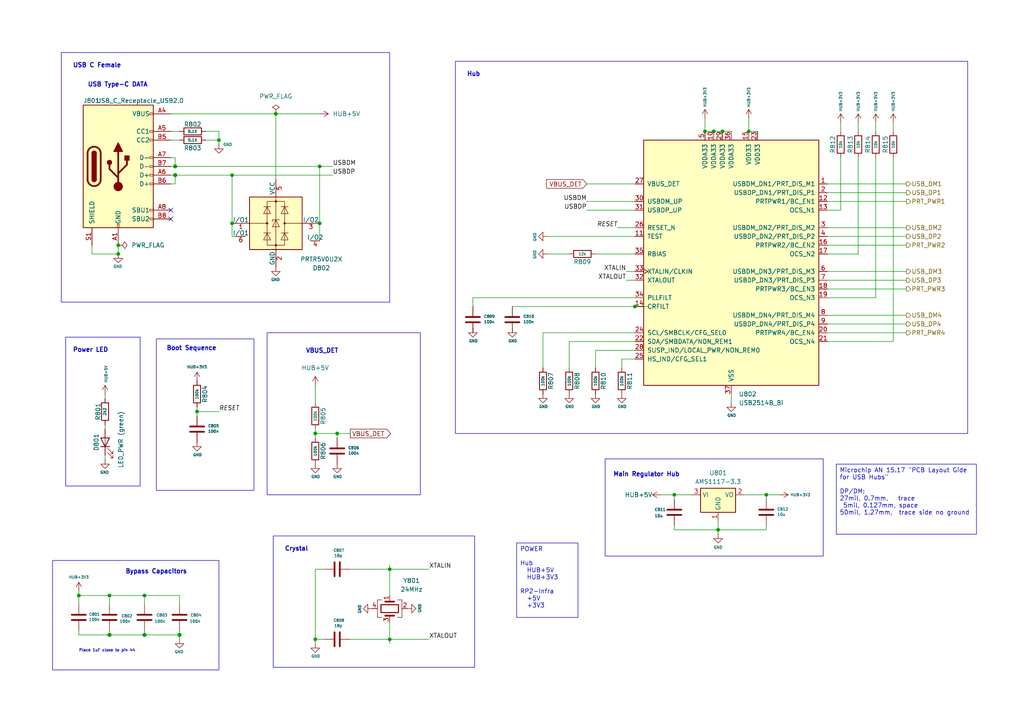
<source format=kicad_sch>
(kicad_sch (version 20231120) (generator "eeschema") (generator_version "8.0")
  (paper "A4")
  (title_block (title "Octoprobe tentacle") (date "2024-07-31") (rev "0.3") (company "Hans Märki, Märki Informatik") (comment 1 "The MIT License (MIT)"))
  (lib_symbols
    (symbol "00_project_library:AMS1117-3.3"
      (property "Reference" "U" (at -3.81 3.175 0))
      (property "Value" "AMS1117-3.3" (at 0 3.175 0))
      (symbol "AMS1117-3.3_0_1"
        (rectangle (start -5.08 1.905) (end 5.08 -5.08) (stroke (width 0.254)) (fill (type background)))
      )
      (symbol "AMS1117-3.3_1_1"
        (pin power_in line (at 0 -7.62 90) (length 2.54) (name "GND") (number "1"))
        (pin power_out line (at 7.62 0 180) (length 2.54) (name "VO") (number "2"))
        (pin power_in line (at -7.62 0 0) (length 2.54) (name "VI") (number "3"))
      )
    )
    (symbol "00_project_library:C" (pin_numbers hide) (pin_names (offset 0.254))
      (property "Reference" "C" (at 0.635 2.54 0))
      (property "Value" "C" (at 0.635 -2.54 0))
      (symbol "C_0_1"
        (polyline (pts (xy -2.032 -0.762) (xy 2.032 -0.762)) (stroke (width 0.508)))
        (polyline (pts (xy -2.032 0.762) (xy 2.032 0.762)) (stroke (width 0.508)))
      )
      (symbol "C_1_1"
        (pin passive line (at 0 3.81 270) (length 2.794) (name "~") (number "1"))
        (pin passive line (at 0 -3.81 90) (length 2.794) (name "~") (number "2"))
      )
    )
    (symbol "00_project_library:LED GREEN" (pin_numbers hide) (pin_names (offset 1.016) hide)
      (property "Reference" "D" (at 0 2.54 0))
      (property "Value" "LED GREEN" (at 0 -2.54 0))
      (symbol "LED GREEN_0_1"
        (polyline (pts (xy -1.27 -1.27) (xy -1.27 1.27)) (stroke (width 0.254)))
        (polyline (pts (xy -1.27 0) (xy 1.27 0)))
        (polyline (pts (xy 1.27 -1.27) (xy 1.27 1.27) (xy -1.27 0) (xy 1.27 -1.27)) (stroke (width 0.254)))
        (polyline (pts (xy -3.048 -0.762) (xy -4.572 -2.286) (xy -3.81 -2.286) (xy -4.572 -2.286) (xy -4.572 -1.524)))
        (polyline (pts (xy -1.778 -0.762) (xy -3.302 -2.286) (xy -2.54 -2.286) (xy -3.302 -2.286) (xy -3.302 -1.524)))
      )
      (symbol "LED GREEN_1_1"
        (pin passive line (at -3.81 0 0) (length 2.54) (name "K") (number "1"))
        (pin passive line (at 3.81 0 180) (length 2.54) (name "A") (number "2"))
      )
    )
    (symbol "00_project_library:PRTR5V0U2X" (pin_names (offset 0))
      (property "Reference" "D" (at 2.794 8.636 0))
      (property "Value" "PRTR5V0U2X" (at 8.128 -9.398 0))
      (property "JLC" "C2937001" (at 0 0 0))
      (symbol "PRTR5V0U2X_0_1"
        (rectangle (start -7.62 7.62) (end 7.62 -7.62) (stroke (width 0.254)) (fill (type background)))
        (circle (center -2.54 0) (radius 0.254) (fill (type outline)))
        (rectangle (start -2.54 6.35) (end 2.54 -6.35))
        (circle (center 0 -6.35) (radius 0.254) (fill (type outline)))
        (polyline (pts (xy -2.54 0) (xy -7.62 0)))
        (polyline (pts (xy -1.524 -2.794) (xy -3.556 -2.794)))
        (polyline (pts (xy -1.524 4.826) (xy -3.556 4.826)))
        (polyline (pts (xy 0 -7.62) (xy 0 7.62)))
        (polyline (pts (xy 1.524 -2.794) (xy 3.556 -2.794)))
        (polyline (pts (xy 1.524 4.826) (xy 3.556 4.826)))
        (polyline (pts (xy 2.54 0) (xy 7.62 0)))
        (polyline (pts (xy 1.016 1.016) (xy -1.016 1.016) (xy -1.016 0.508)))
        (polyline (pts (xy -3.556 -4.826) (xy -1.524 -4.826) (xy -2.54 -2.794) (xy -3.556 -4.826)))
        (polyline (pts (xy -3.556 2.794) (xy -1.524 2.794) (xy -2.54 4.826) (xy -3.556 2.794)))
        (polyline (pts (xy -1.016 -1.016) (xy 1.016 -1.016) (xy 0 1.016) (xy -1.016 -1.016)))
        (polyline (pts (xy 3.556 -4.826) (xy 1.524 -4.826) (xy 2.54 -2.794) (xy 3.556 -4.826)))
        (polyline (pts (xy 3.556 2.794) (xy 1.524 2.794) (xy 2.54 4.826) (xy 3.556 2.794)))
        (circle (center 0 6.35) (radius 0.254) (fill (type outline)))
        (circle (center 2.54 0) (radius 0.254) (fill (type outline)))
      )
      (symbol "PRTR5V0U2X_1_0"
        (pin passive line (at 12.7 -5.08 180) (length 2.54) (name "I/O2") (number "4"))
        (pin passive line (at -11.43 -3.81 0) (length 2.54) (name "I/O1") (number "6"))
      )
      (symbol "PRTR5V0U2X_1_1"
        (pin passive line (at -12.7 0 0) (length 5.08) (name "I/O1") (number "1"))
        (pin passive line (at 0 -12.7 90) (length 5.08) (name "GND") (number "2"))
        (pin passive line (at 12.7 0 180) (length 5.08) (name "I/O2") (number "3"))
        (pin passive line (at 0 12.7 270) (length 5.08) (name "VCC") (number "5"))
      )
    )
    (symbol "00_project_library:USB_C_Receptacle_USB2.0" (pin_names (offset 1.016))
      (property "Reference" "J" (at -10.16 19.05 0))
      (property "Value" "USB_C_Receptacle_USB2.0" (at 19.05 19.05 0))
      (symbol "USB_C_Receptacle_USB2.0_0_0"
        (rectangle (start -0.254 -17.78) (end 0.254 -16.764))
        (rectangle (start 10.16 -14.986) (end 9.144 -15.494))
        (rectangle (start 10.16 -12.446) (end 9.144 -12.954))
        (rectangle (start 10.16 -4.826) (end 9.144 -5.334))
        (rectangle (start 10.16 -2.286) (end 9.144 -2.794))
        (rectangle (start 10.16 0.254) (end 9.144 -0.254))
        (rectangle (start 10.16 2.794) (end 9.144 2.286))
        (rectangle (start 10.16 7.874) (end 9.144 7.366))
        (rectangle (start 10.16 10.414) (end 9.144 9.906))
        (rectangle (start 10.16 15.494) (end 9.144 14.986))
      )
      (symbol "USB_C_Receptacle_USB2.0_0_1"
        (rectangle (start -10.16 17.78) (end 10.16 -17.78) (stroke (width 0.254)) (fill (type background)))
        (arc (start -8.89 -3.81) (mid -6.985 -5.7067) (end -5.08 -3.81) (stroke (width 0.508)))
        (arc (start -7.62 -3.81) (mid -6.985 -4.4423) (end -6.35 -3.81) (stroke (width 0.254)))
        (arc (start -7.62 -3.81) (mid -6.985 -4.4423) (end -6.35 -3.81) (stroke (width 0.254)) (fill (type outline)))
        (rectangle (start -7.62 3.81) (end -6.35 -3.81) (stroke (width 0.254)) (fill (type outline)))
        (arc (start -6.35 3.81) (mid -6.985 4.4423) (end -7.62 3.81) (stroke (width 0.254)))
        (arc (start -6.35 3.81) (mid -6.985 4.4423) (end -7.62 3.81) (stroke (width 0.254)) (fill (type outline)))
        (arc (start -5.08 3.81) (mid -6.985 5.7067) (end -8.89 3.81) (stroke (width 0.508)))
        (circle (center -2.54 1.143) (radius 0.635) (stroke (width 0.254)) (fill (type outline)))
        (circle (center 0 -5.842) (radius 1.27) (fill (type outline)))
        (polyline (pts (xy -8.89 -3.81) (xy -8.89 3.81)) (stroke (width 0.508)))
        (polyline (pts (xy -5.08 3.81) (xy -5.08 -3.81)) (stroke (width 0.508)))
        (polyline (pts (xy 0 -5.842) (xy 0 4.318)) (stroke (width 0.508)))
        (polyline (pts (xy 0 -3.302) (xy -2.54 -0.762) (xy -2.54 0.508)) (stroke (width 0.508)))
        (polyline (pts (xy 0 -2.032) (xy 2.54 0.508) (xy 2.54 1.778)) (stroke (width 0.508)))
        (polyline (pts (xy -1.27 4.318) (xy 0 6.858) (xy 1.27 4.318) (xy -1.27 4.318)) (stroke (width 0.254)) (fill (type outline)))
        (rectangle (start 1.905 1.778) (end 3.175 3.048) (stroke (width 0.254)) (fill (type outline)))
      )
      (symbol "USB_C_Receptacle_USB2.0_1_1"
        (pin passive line (at 0 -22.86 90) (length 5.08) (name "GND") (number "A1"))
        (pin passive line (at 0 -22.86 90) (length 5.08) hide (name "GND") (number "A12"))
        (pin passive line (at 15.24 15.24 180) (length 5.08) (name "VBUS") (number "A4"))
        (pin bidirectional line (at 15.24 10.16 180) (length 5.08) (name "CC1") (number "A5"))
        (pin bidirectional line (at 15.24 -2.54 180) (length 5.08) (name "D+") (number "A6"))
        (pin bidirectional line (at 15.24 2.54 180) (length 5.08) (name "D-") (number "A7"))
        (pin bidirectional line (at 15.24 -12.7 180) (length 5.08) (name "SBU1") (number "A8"))
        (pin passive line (at 15.24 15.24 180) (length 5.08) hide (name "VBUS") (number "A9"))
        (pin passive line (at 0 -22.86 90) (length 5.08) hide (name "GND") (number "B1"))
        (pin passive line (at 0 -22.86 90) (length 5.08) hide (name "GND") (number "B12"))
        (pin passive line (at 15.24 15.24 180) (length 5.08) hide (name "VBUS") (number "B4"))
        (pin bidirectional line (at 15.24 7.62 180) (length 5.08) (name "CC2") (number "B5"))
        (pin bidirectional line (at 15.24 -5.08 180) (length 5.08) (name "D+") (number "B6"))
        (pin bidirectional line (at 15.24 0 180) (length 5.08) (name "D-") (number "B7"))
        (pin bidirectional line (at 15.24 -15.24 180) (length 5.08) (name "SBU2") (number "B8"))
        (pin passive line (at 15.24 15.24 180) (length 5.08) hide (name "VBUS") (number "B9"))
        (pin passive line (at -7.62 -22.86 90) (length 5.08) (name "SHIELD") (number "S1"))
      )
    )
    (symbol "Device:Crystal_GND24" (pin_names (offset 1.016) hide)
      (property "Reference" "Y" (at 3.175 5.08 0))
      (property "Value" "Crystal_GND24" (at 3.175 3.175 0))
      (symbol "Crystal_GND24_0_1"
        (rectangle (start -1.143 2.54) (end 1.143 -2.54) (stroke (width 0.3048)))
        (polyline (pts (xy -2.54 0) (xy -2.032 0)))
        (polyline (pts (xy -2.032 -1.27) (xy -2.032 1.27)) (stroke (width 0.508)))
        (polyline (pts (xy 0 -3.81) (xy 0 -3.556)))
        (polyline (pts (xy 0 3.556) (xy 0 3.81)))
        (polyline (pts (xy 2.032 -1.27) (xy 2.032 1.27)) (stroke (width 0.508)))
        (polyline (pts (xy 2.032 0) (xy 2.54 0)))
        (polyline (pts (xy -2.54 -2.286) (xy -2.54 -3.556) (xy 2.54 -3.556) (xy 2.54 -2.286)))
        (polyline (pts (xy -2.54 2.286) (xy -2.54 3.556) (xy 2.54 3.556) (xy 2.54 2.286)))
      )
      (symbol "Crystal_GND24_1_1"
        (pin passive line (at -3.81 0 0) (length 1.27) (name "1") (number "1"))
        (pin passive line (at 0 5.08 270) (length 1.27) (name "2") (number "2"))
        (pin passive line (at 3.81 0 180) (length 1.27) (name "3") (number "3"))
        (pin passive line (at 0 -5.08 90) (length 1.27) (name "4") (number "4"))
      )
    )
    (symbol "Device:R" (pin_numbers hide) (pin_names (offset 0))
      (property "Reference" "R" (at 2.032 0 90))
      (property "Value" "R" (at 0 0 90))
      (symbol "R_0_1"
        (rectangle (start -1.016 -2.54) (end 1.016 2.54) (stroke (width 0.254)))
      )
      (symbol "R_1_1"
        (pin passive line (at 0 3.81 270) (length 1.27) (name "~") (number "1"))
        (pin passive line (at 0 -3.81 90) (length 1.27) (name "~") (number "2"))
      )
    )
    (symbol "Interface_USB:USB2514B_Bi" (pin_names (offset 1.016))
      (property "Reference" "U" (at -17.78 40.64 0))
      (property "Value" "USB2514B_Bi" (at -20.32 38.1 0))
      (symbol "USB2514B_Bi_0_1"
        (rectangle (start -25.4 35.56) (end 25.4 -35.56) (stroke (width 0.254)) (fill (type background)))
      )
      (symbol "USB2514B_Bi_1_1"
        (pin bidirectional line (at 27.94 22.86 180) (length 2.54) (name "USBDM_DN1/PRT_DIS_M1") (number "1"))
        (pin power_in line (at -5.08 38.1 270) (length 2.54) (name "VDDA33") (number "10"))
        (pin input line (at -27.94 7.62 0) (length 2.54) (name "TEST") (number "11"))
        (pin bidirectional line (at 27.94 17.78 180) (length 2.54) (name "PRTPWR1/BC_EN1") (number "12"))
        (pin input line (at 27.94 15.24 180) (length 2.54) (name "OCS_N1") (number "13"))
        (pin input line (at -27.94 -12.7 0) (length 2.54) (name "CRFILT") (number "14"))
        (pin power_in line (at 5.08 38.1 270) (length 2.54) (name "VDD33") (number "15"))
        (pin bidirectional line (at 27.94 5.08 180) (length 2.54) (name "PRTPWR2/BC_EN2") (number "16"))
        (pin input line (at 27.94 2.54 180) (length 2.54) (name "OCS_N2") (number "17"))
        (pin bidirectional line (at 27.94 -7.62 180) (length 2.54) (name "PRTPWR3/BC_EN3") (number "18"))
        (pin input line (at 27.94 -10.16 180) (length 2.54) (name "OCS_N3") (number "19"))
        (pin bidirectional line (at 27.94 20.32 180) (length 2.54) (name "USBDP_DN1/PRT_DIS_P1") (number "2"))
        (pin bidirectional line (at 27.94 -20.32 180) (length 2.54) (name "PRTPWR4/BC_EN4") (number "20"))
        (pin input line (at 27.94 -22.86 180) (length 2.54) (name "OCS_N4") (number "21"))
        (pin bidirectional line (at -27.94 -22.86 0) (length 2.54) (name "SDA/SMBDATA/NON_REM1") (number "22"))
        (pin power_in line (at 7.62 38.1 270) (length 2.54) (name "VDD33") (number "23"))
        (pin bidirectional line (at -27.94 -20.32 0) (length 2.54) (name "SCL/SMBCLK/CFG_SEL0") (number "24"))
        (pin bidirectional line (at -27.94 -27.94 0) (length 2.54) (name "HS_IND/CFG_SEL1") (number "25"))
        (pin input line (at -27.94 10.16 0) (length 2.54) (name "RESET_N") (number "26"))
        (pin input line (at -27.94 22.86 0) (length 2.54) (name "VBUS_DET") (number "27"))
        (pin bidirectional line (at -27.94 -25.4 0) (length 2.54) (name "SUSP_IND/LOCAL_PWR/NON_REM0") (number "28"))
        (pin power_in line (at -2.54 38.1 270) (length 2.54) (name "VDDA33") (number "29"))
        (pin bidirectional line (at 27.94 10.16 180) (length 2.54) (name "USBDM_DN2/PRT_DIS_M2") (number "3"))
        (pin bidirectional line (at -27.94 17.78 0) (length 2.54) (name "USBDM_UP") (number "30"))
        (pin bidirectional line (at -27.94 15.24 0) (length 2.54) (name "USBDP_UP") (number "31"))
        (pin output line (at -27.94 -5.08 0) (length 2.54) (name "XTALOUT") (number "32"))
        (pin input clock (at -27.94 -2.54 0) (length 2.54) (name "XTALIN/CLKIN") (number "33"))
        (pin input line (at -27.94 -10.16 0) (length 2.54) (name "PLLFILT") (number "34"))
        (pin input line (at -27.94 2.54 0) (length 2.54) (name "RBIAS") (number "35"))
        (pin power_in line (at 0 38.1 270) (length 2.54) (name "VDDA33") (number "36"))
        (pin power_in line (at 0 -38.1 90) (length 2.54) (name "VSS") (number "37"))
        (pin bidirectional line (at 27.94 7.62 180) (length 2.54) (name "USBDP_DN2/PRT_DIS_P2") (number "4"))
        (pin power_in line (at -7.62 38.1 270) (length 2.54) (name "VDDA33") (number "5"))
        (pin bidirectional line (at 27.94 -2.54 180) (length 2.54) (name "USBDM_DN3/PRT_DIS_M3") (number "6"))
        (pin bidirectional line (at 27.94 -5.08 180) (length 2.54) (name "USBDP_DN3/PRT_DIS_P3") (number "7"))
        (pin bidirectional line (at 27.94 -15.24 180) (length 2.54) (name "USBDM_DN4/PRT_DIS_M4") (number "8"))
        (pin bidirectional line (at 27.94 -17.78 180) (length 2.54) (name "USBDP_DN4/PRT_DIS_P4") (number "9"))
      )
    )
    (symbol "power:+3V3" (power) (pin_numbers hide) (pin_names (offset 0) hide)
      (property "Value" "+3V3" (at 0 3.556 0))
      (symbol "+3V3_0_1"
        (polyline (pts (xy -0.762 1.27) (xy 0 2.54)))
        (polyline (pts (xy 0 0) (xy 0 2.54)))
        (polyline (pts (xy 0 2.54) (xy 0.762 1.27)))
      )
      (symbol "+3V3_1_1"
        (pin power_in line (at 0 0 90) (length 0) (name "~") (number "1"))
      )
    )
    (symbol "power:+5V" (power) (pin_numbers hide) (pin_names (offset 0) hide)
      (property "Value" "+5V" (at 0 3.556 0))
      (symbol "+5V_0_1"
        (polyline (pts (xy -0.762 1.27) (xy 0 2.54)))
        (polyline (pts (xy 0 0) (xy 0 2.54)))
        (polyline (pts (xy 0 2.54) (xy 0.762 1.27)))
      )
      (symbol "+5V_1_1"
        (pin power_in line (at 0 0 90) (length 0) (name "~") (number "1"))
      )
    )
    (symbol "power:GND" (power) (pin_numbers hide) (pin_names (offset 0) hide)
      (property "Value" "GND" (at 0 -3.81 0))
      (symbol "GND_0_1"
        (polyline (pts (xy 0 0) (xy 0 -1.27) (xy 1.27 -1.27) (xy 0 -2.54) (xy -1.27 -1.27) (xy 0 -1.27)))
      )
      (symbol "GND_1_1"
        (pin power_in line (at 0 0 270) (length 0) (name "~") (number "1"))
      )
    )
    (symbol "power:PWR_FLAG" (power) (pin_numbers hide) (pin_names (offset 0) hide)
      (property "Value" "PWR_FLAG" (at 0 3.81 0))
      (symbol "PWR_FLAG_0_0"
        (pin power_out line (at 0 0 90) (length 0) (name "~") (number "1"))
      )
      (symbol "PWR_FLAG_0_1"
        (polyline (pts (xy 0 0) (xy 0 1.27) (xy -1.016 1.905) (xy 0 2.54) (xy 1.016 1.905) (xy 0 1.27)))
      )
    )
  )
  (junction (at 91.44 185.42))
  (junction (at 80.01 33.02))
  (junction (at 50.8 50.8) (diameter 1.016))
  (junction (at 31.75 172.72))
  (junction (at 63.5 40.64))
  (junction (at 97.79 125.73))
  (junction (at 52.07 184.15) (diameter 1.016))
  (junction (at 57.15 119.38))
  (junction (at 34.29 73.66))
  (junction (at 92.71 64.77))
  (junction (at 50.8 48.26) (diameter 1.016))
  (junction (at 207.01 38.1))
  (junction (at 67.31 50.8))
  (junction (at 41.91 172.72))
  (junction (at 208.28 153.67))
  (junction (at 195.58 143.51))
  (junction (at 92.71 48.26))
  (junction (at 34.29 71.12))
  (junction (at 204.47 38.1))
  (junction (at 67.31 64.77))
  (junction (at 91.44 125.73))
  (junction (at 217.17 38.1))
  (junction (at 113.03 165.1))
  (junction (at 209.55 38.1))
  (junction (at 184.15 88.9))
  (junction (at 113.03 185.42))
  (junction (at 22.86 172.72))
  (junction (at 41.91 184.15) (diameter 1.016))
  (junction (at 222.25 143.51))
  (junction (at 31.75 184.15) (diameter 1.016))
  (no_connect (at 49.53 63.5))
  (no_connect (at 49.53 60.96))
  (wire (pts (xy 240.03 96.52) (xy 262.89 96.52)))
  (wire (pts (xy 113.03 185.42) (xy 124.46 185.42)))
  (wire (pts (xy 30.48 132.08) (xy 30.48 133.35)))
  (wire (pts (xy 80.01 33.02) (xy 92.71 33.02)))
  (wire (pts (xy 50.8 45.72) (xy 50.8 48.26)))
  (wire (pts (xy 208.28 153.67) (xy 208.28 154.94)))
  (wire (pts (xy 49.53 50.8) (xy 50.8 50.8)))
  (wire (pts (xy 240.03 53.34) (xy 262.89 53.34)))
  (wire (pts (xy 22.86 172.72) (xy 31.75 172.72)))
  (wire (pts (xy 180.34 104.14) (xy 184.15 104.14)))
  (wire (pts (xy 222.25 152.4) (xy 222.25 153.67)))
  (wire (pts (xy 212.09 116.84) (xy 212.09 114.3)))
  (wire (pts (xy 22.86 182.88) (xy 22.86 184.15)))
  (wire (pts (xy 50.8 50.8) (xy 67.31 50.8)))
  (wire (pts (xy 222.25 143.51) (xy 226.06 143.51)))
  (wire (pts (xy 180.34 106.68) (xy 180.34 104.14)))
  (wire (pts (xy 91.44 185.42) (xy 93.98 185.42)))
  (wire (pts (xy 207.01 38.1) (xy 209.55 38.1)))
  (wire (pts (xy 49.53 38.1) (xy 52.07 38.1)))
  (wire (pts (xy 240.03 78.74) (xy 262.89 78.74)))
  (wire (pts (xy 181.61 78.74) (xy 184.15 78.74)))
  (wire (pts (xy 165.1 99.06) (xy 184.15 99.06)))
  (wire (pts (xy 91.44 124.46) (xy 91.44 125.73)))
  (wire (pts (xy 67.31 50.8) (xy 96.52 50.8)))
  (wire (pts (xy 240.03 99.06) (xy 259.08 99.06)))
  (wire (pts (xy 67.31 68.58) (xy 67.31 64.77)))
  (wire (pts (xy 91.44 125.73) (xy 91.44 127)))
  (wire (pts (xy 215.9 143.51) (xy 222.25 143.51)))
  (wire (pts (xy 240.03 71.12) (xy 262.89 71.12)))
  (wire (pts (xy 31.75 182.88) (xy 31.75 184.15)))
  (wire (pts (xy 26.67 73.66) (xy 34.29 73.66)))
  (wire (pts (xy 113.03 186.69) (xy 113.03 185.42)))
  (wire (pts (xy 67.31 50.8) (xy 67.31 64.77)))
  (wire (pts (xy 49.53 45.72) (xy 50.8 45.72)))
  (wire (pts (xy 243.84 60.96) (xy 243.84 45.72)))
  (wire (pts (xy 91.44 111.76) (xy 91.44 116.84)))
  (wire (pts (xy 187.96 88.9) (xy 184.15 88.9)))
  (wire (pts (xy 157.48 96.52) (xy 184.15 96.52)))
  (wire (pts (xy 52.07 172.72) (xy 52.07 175.26)))
  (wire (pts (xy 91.44 125.73) (xy 97.79 125.73)))
  (wire (pts (xy 49.53 33.02) (xy 80.01 33.02)))
  (wire (pts (xy 59.69 40.64) (xy 63.5 40.64)))
  (wire (pts (xy 204.47 34.29) (xy 204.47 38.1)))
  (wire (pts (xy 240.03 60.96) (xy 243.84 60.96)))
  (wire (pts (xy 259.08 99.06) (xy 259.08 45.72)))
  (wire (pts (xy 26.67 71.12) (xy 26.67 73.66)))
  (wire (pts (xy 208.28 151.13) (xy 208.28 153.67)))
  (wire (pts (xy 63.5 38.1) (xy 63.5 40.64)))
  (wire (pts (xy 57.15 119.38) (xy 57.15 120.65)))
  (wire (pts (xy 34.29 71.12) (xy 34.29 73.66)))
  (wire (pts (xy 148.59 88.9) (xy 184.15 88.9)))
  (wire (pts (xy 30.48 123.19) (xy 30.48 124.46)))
  (wire (pts (xy 92.71 64.77) (xy 92.71 69.85)))
  (wire (pts (xy 195.58 143.51) (xy 195.58 144.78)))
  (wire (pts (xy 49.53 53.34) (xy 50.8 53.34)))
  (wire (pts (xy 217.17 34.29) (xy 217.17 38.1)))
  (wire (pts (xy 240.03 86.36) (xy 254 86.36)))
  (wire (pts (xy 22.86 184.15) (xy 31.75 184.15)))
  (wire (pts (xy 165.1 106.68) (xy 165.1 99.06)))
  (wire (pts (xy 172.72 101.6) (xy 172.72 106.68)))
  (wire (pts (xy 30.48 115.57) (xy 30.48 114.3)))
  (wire (pts (xy 113.03 180.34) (xy 113.03 185.42)))
  (wire (pts (xy 195.58 153.67) (xy 208.28 153.67)))
  (wire (pts (xy 240.03 66.04) (xy 262.89 66.04)))
  (wire (pts (xy 240.03 68.58) (xy 262.89 68.58)))
  (wire (pts (xy 80.01 33.02) (xy 80.01 52.07)))
  (wire (pts (xy 157.48 96.52) (xy 157.48 106.68)))
  (wire (pts (xy 195.58 152.4) (xy 195.58 153.67)))
  (wire (pts (xy 240.03 83.82) (xy 262.89 83.82)))
  (wire (pts (xy 97.79 125.73) (xy 97.79 127)))
  (wire (pts (xy 41.91 172.72) (xy 52.07 172.72)))
  (wire (pts (xy 113.03 165.1) (xy 113.03 172.72)))
  (wire (pts (xy 240.03 55.88) (xy 262.89 55.88)))
  (wire (pts (xy 113.03 163.83) (xy 113.03 165.1)))
  (wire (pts (xy 170.18 58.42) (xy 184.15 58.42)))
  (wire (pts (xy 137.16 86.36) (xy 184.15 86.36)))
  (wire (pts (xy 49.53 48.26) (xy 50.8 48.26)))
  (wire (pts (xy 217.17 38.1) (xy 219.71 38.1)))
  (wire (pts (xy 209.55 38.1) (xy 212.09 38.1)))
  (wire (pts (xy 31.75 172.72) (xy 31.75 175.26)))
  (wire (pts (xy 191.77 143.51) (xy 195.58 143.51)))
  (wire (pts (xy 59.69 38.1) (xy 63.5 38.1)))
  (wire (pts (xy 22.86 172.72) (xy 22.86 175.26)))
  (wire (pts (xy 254 35.56) (xy 254 38.1)))
  (wire (pts (xy 172.72 73.66) (xy 184.15 73.66)))
  (wire (pts (xy 137.16 86.36) (xy 137.16 88.9)))
  (wire (pts (xy 92.71 48.26) (xy 92.71 64.77)))
  (wire (pts (xy 204.47 38.1) (xy 207.01 38.1)))
  (wire (pts (xy 200.66 143.51) (xy 195.58 143.51)))
  (wire (pts (xy 124.46 165.1) (xy 113.03 165.1)))
  (wire (pts (xy 31.75 184.15) (xy 41.91 184.15)))
  (wire (pts (xy 49.53 40.64) (xy 52.07 40.64)))
  (wire (pts (xy 63.5 40.64) (xy 63.5 41.91)))
  (wire (pts (xy 22.86 171.45) (xy 22.86 172.72)))
  (wire (pts (xy 52.07 184.15) (xy 52.07 185.42)))
  (wire (pts (xy 158.75 68.58) (xy 184.15 68.58)))
  (wire (pts (xy 57.15 118.11) (xy 57.15 119.38)))
  (wire (pts (xy 101.6 165.1) (xy 113.03 165.1)))
  (wire (pts (xy 222.25 143.51) (xy 222.25 144.78)))
  (wire (pts (xy 41.91 184.15) (xy 52.07 184.15)))
  (wire (pts (xy 91.44 165.1) (xy 93.98 165.1)))
  (wire (pts (xy 259.08 35.56) (xy 259.08 38.1)))
  (wire (pts (xy 179.07 66.04) (xy 184.15 66.04)))
  (wire (pts (xy 254 86.36) (xy 254 45.72)))
  (wire (pts (xy 101.6 185.42) (xy 113.03 185.42)))
  (wire (pts (xy 67.31 68.58) (xy 68.58 68.58)))
  (wire (pts (xy 137.16 95.25) (xy 137.16 96.52)))
  (wire (pts (xy 148.59 95.25) (xy 148.59 96.52)))
  (wire (pts (xy 91.44 186.69) (xy 91.44 185.42)))
  (wire (pts (xy 57.15 119.38) (xy 63.5 119.38)))
  (wire (pts (xy 52.07 182.88) (xy 52.07 184.15)))
  (wire (pts (xy 262.89 58.42) (xy 240.03 58.42)))
  (wire (pts (xy 243.84 35.56) (xy 243.84 38.1)))
  (wire (pts (xy 50.8 53.34) (xy 50.8 50.8)))
  (wire (pts (xy 248.92 73.66) (xy 248.92 45.72)))
  (wire (pts (xy 181.61 81.28) (xy 184.15 81.28)))
  (wire (pts (xy 240.03 73.66) (xy 248.92 73.66)))
  (wire (pts (xy 248.92 35.56) (xy 248.92 38.1)))
  (wire (pts (xy 170.18 60.96) (xy 184.15 60.96)))
  (wire (pts (xy 41.91 182.88) (xy 41.91 184.15)))
  (wire (pts (xy 170.18 53.34) (xy 184.15 53.34)))
  (wire (pts (xy 240.03 91.44) (xy 262.89 91.44)))
  (wire (pts (xy 31.75 172.72) (xy 41.91 172.72)))
  (wire (pts (xy 41.91 172.72) (xy 41.91 175.26)))
  (wire (pts (xy 91.44 165.1) (xy 91.44 185.42)))
  (wire (pts (xy 92.71 48.26) (xy 96.52 48.26)))
  (wire (pts (xy 240.03 81.28) (xy 262.89 81.28)))
  (wire (pts (xy 50.8 48.26) (xy 92.71 48.26)))
  (wire (pts (xy 158.75 73.66) (xy 165.1 73.66)))
  (wire (pts (xy 208.28 153.67) (xy 222.25 153.67)))
  (wire (pts (xy 240.03 93.98) (xy 262.89 93.98)))
  (wire (pts (xy 172.72 101.6) (xy 184.15 101.6)))
  (wire (pts (xy 101.6 125.73) (xy 97.79 125.73)))
  (rectangle (start 17.78 15.24) (end 113.03 87.63))
  (rectangle (start 15.24 162.56) (end 63.5 194.31))
  (rectangle (start 79.248 155.448) (end 137.668 193.548))
  (rectangle (start 45.339 98.298) (end 73.66 142.24))
  (rectangle (start 19.05 97.79) (end 40.64 140.97))
  (rectangle (start 77.47 96.52) (end 121.92 143.51))
  (rectangle (start 132.08 17.78) (end 280.67 125.73))
  (rectangle (start 175.514 133.096) (end 238.76 161.29))
  (text_box "Microchip AN 15.17 \"PCB Layout Gide for USB Hubs\"\n\nDP/DM:\n27mil, 0.7mm,   trace\n 5mil, 0.127mm, space\n50mil, 1.27mm,  trace side no ground" (at 242.57 134.62 0) (size 40.64 20.32) (effects (font (size 1.27 1.27)) (justify left top)))
  (text_box "POWER\n\nHub\n  HUB+5V\n  HUB+3V3\n\nRP2-Infra\n  +5V\n  +3V3" (at 149.86 157.48 0) (size 17.78 21.59) (effects (font (size 1.27 1.27)) (justify left top)))
  (text "Main Regulator Hub" (at 177.8 138.43 0) (effects (font (size 1.27 1.27) (thickness 0.254) (bold yes)) (justify left bottom)))
  (text "Crystal" (at 82.55 160.02 0) (effects (font (size 1.27 1.27) (thickness 0.254) (bold yes)) (justify left bottom)))
  (text "USB Type-C DATA" (at 25.4 25.4 0) (effects (font (size 1.27 1.27) (thickness 0.254) (bold yes)) (justify left bottom)))
  (text "Place 1uF close to pin 44" (at 22.86 189.23 0) (effects (font (size 0.8 0.8)) (justify left bottom)))
  (text "Power LED" (at 21.082 102.362 0) (effects (font (size 1.27 1.27) (thickness 0.254) (bold yes)) (justify left bottom)))
  (text "Hub" (at 135.382 22.352 0) (effects (font (size 1.27 1.27) (thickness 0.254) (bold yes)) (justify left bottom)))
  (text "Bypass Capacitors" (at 36.322 166.624 0) (effects (font (size 1.27 1.27) (thickness 0.254) (bold yes)) (justify left bottom)))
  (text "USB C Female" (at 21.082 19.812 0) (effects (font (size 1.27 1.27) (thickness 0.254) (bold yes)) (justify left bottom)))
  (text "VBUS_DET" (at 88.646 102.616 0) (effects (font (size 1.27 1.27) (thickness 0.254) (bold yes)) (justify left bottom)))
  (text "Boot Sequence" (at 48.26 101.854 0) (effects (font (size 1.27 1.27) (thickness 0.254) (bold yes)) (justify left bottom)))
  (label "USBDP" (at 170.18 60.96 180))
  (label "USBDP" (at 96.52 50.8 0))
  (label "XTALOUT" (at 181.61 81.28 180))
  (label "RESET" (at 179.07 66.04 180) (effects (font (italic yes))))
  (label "XTALIN" (at 181.61 78.74 180))
  (label "USBDM" (at 96.52 48.26 0))
  (label "XTALOUT" (at 124.46 185.42 0))
  (label "RESET" (at 63.5 119.38 0) (effects (font (italic yes))))
  (label "XTALIN" (at 124.46 165.1 0))
  (label "USBDM" (at 170.18 58.42 180))
  (global_label "VBUS_DET" (shape output) (at 101.6 125.73 0) (property "Intersheetrefs" "${INTERSHEET_REFS}" (effects (hide yes))))
  (global_label "VBUS_DET" (shape input) (at 170.18 53.34 180) (property "Intersheetrefs" "${INTERSHEET_REFS}" (effects (hide yes))))
  (hierarchical_label "USB_DM1" (shape output) (at 262.89 53.34 0))
  (hierarchical_label "USB_DP3" (shape output) (at 262.89 81.28 0))
  (hierarchical_label "PRT_PWR2" (shape output) (at 262.89 71.12 0))
  (hierarchical_label "USB_DP1" (shape output) (at 262.89 55.88 0))
  (hierarchical_label "USB_DM2" (shape output) (at 262.89 66.04 0))
  (hierarchical_label "PRT_PWR1" (shape output) (at 262.89 58.42 0))
  (hierarchical_label "USB_DP2" (shape output) (at 262.89 68.58 0))
  (hierarchical_label "USB_DM3" (shape output) (at 262.89 78.74 0))
  (hierarchical_label "USB_DP4" (shape output) (at 262.89 93.98 0))
  (hierarchical_label "PRT_PWR4" (shape output) (at 262.89 96.52 0))
  (hierarchical_label "PRT_PWR3" (shape output) (at 262.89 83.82 0))
  (hierarchical_label "USB_DM4" (shape output) (at 262.89 91.44 0))
  (symbol (lib_id "power:GND") (at 180.34 114.3 0) (unit 1)
    (property "Reference" "#PWR0824" (effects (hide yes)))
    (property "Value" "GND" (at 180.467 117.9322 0) (effects (font (size 0.8 0.8))))
    (property "Description" "Power symbol creates a global label with name \"GND\" , ground" (effects (hide yes)))
  )
  (symbol (lib_id "Device:R") (at 254 41.91 0) (unit 1)
    (property "Reference" "R814" (at 251.714 41.91 90))
    (property "Value" "10k" (at 254 41.91 90) (effects (font (size 0.8 0.8))))
    (property "Footprint" "Resistor_SMD:R_0402_1005Metric" (effects (hide yes)))
    (instances (project "pcb_octohub" (path "" (reference "R814") (unit 1))) (project "pcb_octohub" (path "" (reference "R1109") (unit 1))))
  )
  (symbol (lib_id "power:+3V3") (at 22.86 171.45 0) (unit 1)
    (property "Reference" "#PWR0801" (effects (hide yes)))
    (property "Value" "HUB+3V3" (at 22.86 167.386 0) (effects (font (size 0.8 0.8))))
    (property "Description" "Power symbol creates a global label with name \"+3V3\"" (effects (hide yes)))
  )
  (symbol (lib_id "power:GND") (at 118.11 176.53 90) (unit 1)
    (property "Reference" "#PWR0816" (effects (hide yes)))
    (property "Value" "GND" (at 121.7422 176.403 0) (effects (font (size 0.8 0.8))))
    (property "Description" "Power symbol creates a global label with name \"GND\" , ground" (effects (hide yes)))
    (instances (project "pcb_octohub" (path "" (reference "#PWR0816") (unit 1))) (project "pcb_octohub" (path "" (reference "#PWR01106") (unit 1))))
  )
  (symbol (lib_id "00_project_library:C") (at 195.58 148.59 0) (unit 1)
    (property "Reference" "C811" (at 189.865 147.8026 0) (effects (font (size 0.8 0.8)) (justify left)))
    (property "Value" "10u" (at 189.865 149.606 0) (effects (font (size 0.8 0.8)) (justify left)))
    (property "Footprint" "Capacitor_SMD:C_0603_1608Metric" (effects (hide yes)))
  )
  (symbol (lib_id "power:+5V") (at 92.71 33.02 270) (unit 1)
    (property "Reference" "#PWR0813" (effects (hide yes)))
    (property "Value" "HUB+5V" (at 96.52 33.0199 90) (effects (justify left)))
    (property "Description" "Power symbol creates a global label with name \"+5V\"" (effects (hide yes)))
  )
  (symbol (lib_id "power:GND") (at 52.07 185.42 0) (unit 1)
    (property "Reference" "#PWR0805" (effects (hide yes)))
    (property "Value" "GND" (at 51.943 189.0522 0) (effects (font (size 0.8 0.8))))
    (property "Description" "Power symbol creates a global label with name \"GND\" , ground" (effects (hide yes)))
    (instances (project "pcb_octohub" (path "" (reference "#PWR0805") (unit 1))) (project "pcb_octohub" (path "" (reference "#PWR01104") (unit 1))))
  )
  (symbol (lib_id "power:GND") (at 63.5 41.91 0) (unit 1)
    (property "Reference" "#PWR0808" (effects (hide yes)))
    (property "Value" "GND" (at 66.04 41.91 0) (effects (font (size 0.8 0.8))))
    (property "Description" "Power symbol creates a global label with name \"GND\" , ground" (effects (hide yes)))
  )
  (symbol (lib_id "00_project_library:C") (at 22.86 179.07 0) (unit 1)
    (property "Reference" "C801" (at 25.781 178.1556 0) (effects (font (size 0.8 0.8)) (justify left)))
    (property "Value" "100n" (at 25.781 179.705 0) (effects (font (size 0.8 0.8)) (justify left)))
    (property "Footprint" "Capacitor_SMD:C_0402_1005Metric" (effects (hide yes)))
    (instances (project "pcb_octohub" (path "" (reference "C801") (unit 1))) (project "pcb_octohub" (path "" (reference "C1101") (unit 1))))
  )
  (symbol (lib_id "power:+3V3") (at 57.15 110.49 0) (unit 1)
    (property "Reference" "#PWR0806" (effects (hide yes)))
    (property "Value" "HUB+3V3" (at 57.15 106.426 0) (effects (font (size 0.8 0.8))))
    (property "Description" "Power symbol creates a global label with name \"+3V3\"" (effects (hide yes)))
    (instances (project "pcb_octohub" (path "" (reference "#PWR0806") (unit 1))) (project "pcb_octohub" (path "" (reference "#PWR01102") (unit 1))))
  )
  (symbol (lib_id "Device:Crystal_GND24") (at 113.03 176.53 270) (unit 1)
    (property "Reference" "Y801" (at 119.38 168.402 90))
    (property "Value" "24MHz" (at 119.38 170.942 90))
    (property "Footprint" "Crystal:Crystal_SMD_3225-4Pin_3.2x2.5mm" (effects (hide yes)))
    (property "Datasheet" "https://wmsc.lcsc.com/wmsc/upload/file/pdf/v2/lcsc/2403291504_YXC-X322524MOB4SI_C70590.pdf" (effects (hide yes)))
    (property "Description" "Four pin crystal, GND on pins 2 and 4" (effects (hide yes)))
    (property "JLC" "C70590" (effects (hide yes)))
    (instances (project "pcb_octohub" (path "" (reference "Y801") (unit 1))) (project "pcb_octohub" (path "" (reference "Y1101") (unit 1))))
  )
  (symbol (lib_id "Interface_USB:USB2514B_Bi") (at 212.09 76.2 0) (unit 1)
    (property "Reference" "U802" (at 214.2841 114.3 0) (effects (justify left)))
    (property "Value" "USB2514B_Bi" (at 214.2841 116.84 0) (effects (justify left)))
    (property "Footprint" "Package_DFN_QFN:Texas_RHH0036C_VQFN-36-1EP_6x6mm_P0.5mm_EP4.4x4.4mm_ThermalVias" (effects (hide yes)))
    (property "Datasheet" "http://ww1.microchip.com/downloads/en/DeviceDoc/00001692C.pdf" (effects (hide yes)))
    (property "Description" "USB 2.0 Hi-Speed Hub Controller" (effects (hide yes)))
    (property "JLC" "C16251" (effects (hide yes)))
    (instances (project "pcb_octohub" (path "" (reference "U802") (unit 1))) (project "pcb_octohub" (path "" (reference "U1101") (unit 1))))
  )
  (symbol (lib_id "Device:R") (at 91.44 130.81 180) (unit 1)
    (property "Reference" "R806" (at 93.726 130.81 90))
    (property "Value" "100k" (at 91.44 130.81 90) (effects (font (size 0.8 0.8))))
    (property "Footprint" "Resistor_SMD:R_0402_1005Metric" (effects (hide yes)))
  )
  (symbol (lib_id "00_project_library:C") (at 41.91 179.07 0) (unit 1)
    (property "Reference" "C803" (at 45.339 178.4096 0) (effects (font (size 0.8 0.8)) (justify left)))
    (property "Value" "100n" (at 44.831 180.213 0) (effects (font (size 0.8 0.8)) (justify left)))
    (property "Footprint" "Capacitor_SMD:C_0402_1005Metric" (effects (hide yes)))
    (instances (project "pcb_octohub" (path "" (reference "C803") (unit 1))) (project "pcb_octohub" (path "" (reference "C1104") (unit 1))))
  )
  (symbol (lib_id "power:GND") (at 157.48 114.3 0) (unit 1)
    (property "Reference" "#PWR0819" (effects (hide yes)))
    (property "Value" "GND" (at 157.607 117.9322 0) (effects (font (size 0.8 0.8))))
    (property "Description" "Power symbol creates a global label with name \"GND\" , ground" (effects (hide yes)))
    (instances (project "pcb_octohub" (path "" (reference "#PWR0819") (unit 1))) (project "pcb_octohub" (path "" (reference "#PWR01111") (unit 1))))
  )
  (symbol (lib_id "power:GND") (at 57.15 128.27 0) (unit 1)
    (property "Reference" "#PWR0807" (effects (hide yes)))
    (property "Value" "GND" (at 57.277 131.9022 0) (effects (font (size 0.8 0.8))))
    (property "Description" "Power symbol creates a global label with name \"GND\" , ground" (effects (hide yes)))
    (instances (project "pcb_octohub" (path "" (reference "#PWR0807") (unit 1))) (project "pcb_octohub" (path "" (reference "#PWR01103") (unit 1))))
  )
  (symbol (lib_id "Device:R") (at 30.48 119.38 180) (unit 1)
    (property "Reference" "R801" (at 28.448 119.38 90))
    (property "Value" "2k2" (at 30.3784 119.38 90) (effects (font (size 0.8 0.8))))
    (property "Footprint" "Resistor_SMD:R_0603_1608Metric" (effects (hide yes)))
  )
  (symbol (lib_id "power:+5V") (at 91.44 111.76 0) (unit 1)
    (property "Reference" "#PWR0810" (effects (hide yes)))
    (property "Value" "HUB+5V" (at 91.44 106.68 0))
    (property "Description" "Power symbol creates a global label with name \"+5V\"" (effects (hide yes)))
  )
  (symbol (lib_id "power:GND") (at 97.79 134.62 0) (unit 1)
    (property "Reference" "#PWR0814" (effects (hide yes)))
    (property "Value" "GND" (at 97.917 138.2522 0) (effects (font (size 0.8 0.8))))
    (property "Description" "Power symbol creates a global label with name \"GND\" , ground" (effects (hide yes)))
  )
  (symbol (lib_id "00_project_library:USB_C_Receptacle_USB2.0") (at 34.29 48.26 0) (unit 1)
    (property "Reference" "J801" (at 24.13 29.21 0) (effects (justify left)))
    (property "Value" "USB_C_Receptacle_USB2.0" (at 53.34 29.21 0) (effects (justify right)))
    (property "Footprint" "00_project_library:USB_C_Receptacle_Palconn_UTC16-G" (effects (hide yes)))
    (property "Datasheet" "https://www.usb.org/sites/default/files/documents/usb_type-c.zip" (effects (hide yes)))
    (property "JLC" "C165948" (effects (hide yes)))
    (property "DigiKey" "https://www.digikey.com/en/products/detail/gct/USB4105-GF-A/11198441" (effects (hide yes)))
    (property "Digikey" "https://www.digikey.com/en/products/detail/gct/USB4105-GF-A/11198441" (effects (hide yes)))
  )
  (symbol (lib_id "power:+3V3") (at 243.84 35.56 0) (unit 1)
    (property "Reference" "#PWR0831" (effects (hide yes)))
    (property "Value" "HUB+3V3" (at 243.84 29.464 90) (effects (font (size 0.8 0.8))))
    (property "Description" "Power symbol creates a global label with name \"+3V3\"" (effects (hide yes)))
    (instances (project "pcb_octohub" (path "" (reference "#PWR0831") (unit 1))) (project "pcb_octohub" (path "" (reference "#PWR01120") (unit 1))))
  )
  (symbol (lib_id "power:GND") (at 34.29 73.66 0) (unit 1)
    (property "Reference" "#PWR0804" (effects (hide yes)))
    (property "Value" "GND" (at 34.163 77.2922 0) (effects (font (size 0.8 0.8))))
    (property "Description" "Power symbol creates a global label with name \"GND\" , ground" (effects (hide yes)))
  )
  (symbol (lib_id "00_project_library:C") (at 57.15 124.46 0) (unit 1)
    (property "Reference" "C805" (at 60.325 123.5456 0) (effects (font (size 0.8 0.8)) (justify left)))
    (property "Value" "100n" (at 60.325 125.095 0) (effects (font (size 0.8 0.8)) (justify left)))
    (property "Footprint" "Capacitor_SMD:C_0402_1005Metric" (effects (hide yes)))
    (instances (project "pcb_octohub" (path "" (reference "C805") (unit 1))) (project "pcb_octohub" (path "" (reference "C1102") (unit 1))))
  )
  (symbol (lib_id "power:GND") (at 208.28 154.94 0) (unit 1)
    (property "Reference" "#PWR0827" (effects (hide yes)))
    (property "Value" "GND" (at 208.28 158.75 0) (effects (font (size 0.8 0.8))))
    (property "Description" "Power symbol creates a global label with name \"GND\" , ground" (effects (hide yes)))
  )
  (symbol (lib_id "power:GND") (at 80.01 77.47 0) (unit 1)
    (property "Reference" "#PWR0809" (effects (hide yes)))
    (property "Value" "GND" (at 79.883 81.1022 0) (effects (font (size 0.8 0.8))))
    (property "Description" "Power symbol creates a global label with name \"GND\" , ground" (effects (hide yes)))
  )
  (symbol (lib_id "00_project_library:LED GREEN") (at 30.48 128.27 90) (unit 1)
    (property "Reference" "D801" (at 27.94 128.27 0))
    (property "Value" "LED_PWR (green)" (at 35.052 127.508 0))
    (property "Footprint" "00_project_library:LED_0603_1608Metric" (effects (hide yes)))
    (property "JLC" "C2297" (effects (hide yes)))
  )
  (symbol (lib_id "00_project_library:C") (at 97.79 130.81 0) (unit 1)
    (property "Reference" "C806" (at 100.965 129.8956 0) (effects (font (size 0.8 0.8)) (justify left)))
    (property "Value" "100n" (at 100.965 131.445 0) (effects (font (size 0.8 0.8)) (justify left)))
    (property "Footprint" "Capacitor_SMD:C_0402_1005Metric" (effects (hide yes)))
  )
  (symbol (lib_id "Device:R") (at 157.48 110.49 180) (unit 1)
    (property "Reference" "R807" (at 159.766 110.49 90))
    (property "Value" "100k" (at 157.48 110.49 90) (effects (font (size 0.8 0.8))))
    (property "Footprint" "Resistor_SMD:R_0402_1005Metric" (effects (hide yes)))
    (instances (project "pcb_octohub" (path "" (reference "R807") (unit 1))) (project "pcb_octohub" (path "" (reference "R1102") (unit 1))))
  )
  (symbol (lib_id "power:PWR_FLAG") (at 34.29 71.12 270) (unit 1)
    (property "Reference" "#FLG0801" (effects (hide yes)))
    (property "Value" "PWR_FLAG" (at 38.1 71.1199 90) (effects (justify left)))
    (property "Description" "Special symbol for telling ERC where power comes from" (effects (hide yes)))
  )
  (symbol (lib_id "power:GND") (at 158.75 68.58 270) (unit 1)
    (property "Reference" "#PWR0820" (effects (hide yes)))
    (property "Value" "GND" (at 155.1178 68.707 0) (effects (font (size 0.8 0.8))))
    (property "Description" "Power symbol creates a global label with name \"GND\" , ground" (effects (hide yes)))
    (instances (project "pcb_octohub" (path "" (reference "#PWR0820") (unit 1))) (project "pcb_octohub" (path "" (reference "#PWR01112") (unit 1))))
  )
  (symbol (lib_id "Device:R") (at 172.72 110.49 180) (unit 1)
    (property "Reference" "R810" (at 175.006 110.49 90))
    (property "Value" "100k" (at 172.72 110.49 90) (effects (font (size 0.8 0.8))))
    (property "Footprint" "Resistor_SMD:R_0402_1005Metric" (effects (hide yes)))
    (instances (project "pcb_octohub" (path "" (reference "R810") (unit 1))) (project "pcb_octohub" (path "" (reference "R1105") (unit 1))))
  )
  (symbol (lib_id "power:+3V3") (at 259.08 35.56 0) (unit 1)
    (property "Reference" "#PWR0834" (effects (hide yes)))
    (property "Value" "HUB+3V3" (at 259.08 29.464 90) (effects (font (size 0.8 0.8))))
    (property "Description" "Power symbol creates a global label with name \"+3V3\"" (effects (hide yes)))
    (instances (project "pcb_octohub" (path "" (reference "#PWR0834") (unit 1))) (project "pcb_octohub" (path "" (reference "#PWR01123") (unit 1))))
  )
  (symbol (lib_id "power:+3V3") (at 30.48 114.3 0) (unit 1)
    (property "Reference" "#PWR0802" (effects (hide yes)))
    (property "Value" "HUB+5V" (at 30.734 108.458 90) (effects (font (size 0.8 0.8))))
    (property "Description" "Power symbol creates a global label with name \"+3V3\"" (effects (hide yes)))
  )
  (symbol (lib_id "power:GND") (at 212.09 116.84 0) (unit 1)
    (property "Reference" "#PWR0828" (effects (hide yes)))
    (property "Value" "GND" (at 212.217 120.4722 0) (effects (font (size 0.8 0.8))))
    (property "Description" "Power symbol creates a global label with name \"GND\" , ground" (effects (hide yes)))
    (instances (project "pcb_octohub" (path "" (reference "#PWR0828") (unit 1))) (project "pcb_octohub" (path "" (reference "#PWR01118") (unit 1))))
  )
  (symbol (lib_id "power:+3V3") (at 248.92 35.56 0) (unit 1)
    (property "Reference" "#PWR0832" (effects (hide yes)))
    (property "Value" "HUB+3V3" (at 248.92 29.464 90) (effects (font (size 0.8 0.8))))
    (property "Description" "Power symbol creates a global label with name \"+3V3\"" (effects (hide yes)))
    (instances (project "pcb_octohub" (path "" (reference "#PWR0832") (unit 1))) (project "pcb_octohub" (path "" (reference "#PWR01121") (unit 1))))
  )
  (symbol (lib_id "00_project_library:C") (at 31.75 179.07 0) (unit 1)
    (property "Reference" "C802" (at 35.179 178.6636 0) (effects (font (size 0.8 0.8)) (justify left)))
    (property "Value" "100n" (at 34.671 180.213 0) (effects (font (size 0.8 0.8)) (justify left)))
    (property "Footprint" "Capacitor_SMD:C_0402_1005Metric" (effects (hide yes)))
    (instances (project "pcb_octohub" (path "" (reference "C802") (unit 1))) (project "pcb_octohub" (path "" (reference "C1103") (unit 1))))
  )
  (symbol (lib_id "power:GND") (at 148.59 95.25 0) (unit 1)
    (property "Reference" "#PWR0818" (effects (hide yes)))
    (property "Value" "GND" (at 148.717 98.8822 0) (effects (font (size 0.8 0.8))))
    (property "Description" "Power symbol creates a global label with name \"GND\" , ground" (effects (hide yes)))
    (instances (project "pcb_octohub" (path "" (reference "#PWR0818") (unit 1))) (project "pcb_octohub" (path "" (reference "#PWR01110") (unit 1))))
  )
  (symbol (lib_id "Device:R") (at 180.34 110.49 180) (unit 1)
    (property "Reference" "R811" (at 182.626 110.49 90))
    (property "Value" "100k" (at 180.34 110.49 90) (effects (font (size 0.8 0.8))))
    (property "Footprint" "Resistor_SMD:R_0402_1005Metric" (effects (hide yes)))
    (instances (project "pcb_octohub" (path "" (reference "R811") (unit 1))) (project "pcb_octohub" (path "" (reference "R1106") (unit 1))))
  )
  (symbol (lib_id "power:+3V3") (at 226.06 143.51 270) (unit 1)
    (property "Reference" "#PWR0830" (effects (hide yes)))
    (property "Value" "HUB+3V3" (at 232.156 143.51 90) (effects (font (size 0.8 0.8))))
    (property "Description" "Power symbol creates a global label with name \"+3V3\"" (effects (hide yes)))
  )
  (symbol (lib_id "power:PWR_FLAG") (at 80.01 33.02 0) (unit 1)
    (property "Reference" "#FLG0802" (effects (hide yes)))
    (property "Value" "PWR_FLAG" (at 80.01 27.94 0))
    (property "Description" "Special symbol for telling ERC where power comes from" (effects (hide yes)))
  )
  (symbol (lib_id "power:+3V3") (at 254 35.56 0) (unit 1)
    (property "Reference" "#PWR0833" (effects (hide yes)))
    (property "Value" "HUB+3V3" (at 254 29.464 90) (effects (font (size 0.8 0.8))))
    (property "Description" "Power symbol creates a global label with name \"+3V3\"" (effects (hide yes)))
    (instances (project "pcb_octohub" (path "" (reference "#PWR0833") (unit 1))) (project "pcb_octohub" (path "" (reference "#PWR01122") (unit 1))))
  )
  (symbol (lib_id "power:GND") (at 91.44 186.69 0) (unit 1)
    (property "Reference" "#PWR0812" (effects (hide yes)))
    (property "Value" "GND" (at 91.567 190.3222 0) (effects (font (size 0.8 0.8))))
    (property "Description" "Power symbol creates a global label with name \"GND\" , ground" (effects (hide yes)))
    (instances (project "pcb_octohub" (path "" (reference "#PWR0812") (unit 1))) (project "pcb_octohub" (path "" (reference "#PWR01108") (unit 1))))
  )
  (symbol (lib_id "00_project_library:C") (at 222.25 148.59 0) (unit 1)
    (property "Reference" "C812" (at 225.425 147.6756 0) (effects (font (size 0.8 0.8)) (justify left)))
    (property "Value" "10u" (at 225.425 149.225 0) (effects (font (size 0.8 0.8)) (justify left)))
    (property "Footprint" "Capacitor_SMD:C_0603_1608Metric" (effects (hide yes)))
  )
  (symbol (lib_id "power:GND") (at 172.72 114.3 0) (unit 1)
    (property "Reference" "#PWR0823" (effects (hide yes)))
    (property "Value" "GND" (at 172.847 117.9322 0) (effects (font (size 0.8 0.8))))
    (property "Description" "Power symbol creates a global label with name \"GND\" , ground" (effects (hide yes)))
    (instances (project "pcb_octohub" (path "" (reference "#PWR0823") (unit 1))) (project "pcb_octohub" (path "" (reference "#PWR01115") (unit 1))))
  )
  (symbol (lib_id "Device:R") (at 243.84 41.91 0) (unit 1)
    (property "Reference" "R812" (at 241.554 41.91 90))
    (property "Value" "10k" (at 243.84 41.91 90) (effects (font (size 0.8 0.8))))
    (property "Footprint" "Resistor_SMD:R_0402_1005Metric" (effects (hide yes)))
    (instances (project "pcb_octohub" (path "" (reference "R812") (unit 1))) (project "pcb_octohub" (path "" (reference "R1107") (unit 1))))
  )
  (symbol (lib_id "power:+5V") (at 191.77 143.51 90) (unit 1)
    (property "Reference" "#PWR0825" (effects (hide yes)))
    (property "Value" "HUB+5V" (at 189.23 143.5099 90) (effects (justify left)))
    (property "Description" "Power symbol creates a global label with name \"+5V\"" (effects (hide yes)))
  )
  (symbol (lib_id "Device:R") (at 165.1 110.49 180) (unit 1)
    (property "Reference" "R808" (at 167.386 110.49 90))
    (property "Value" "100k" (at 165.1 110.49 90) (effects (font (size 0.8 0.8))))
    (property "Footprint" "Resistor_SMD:R_0402_1005Metric" (effects (hide yes)))
    (instances (project "pcb_octohub" (path "" (reference "R808") (unit 1))) (project "pcb_octohub" (path "" (reference "R1103") (unit 1))))
  )
  (symbol (lib_id "Device:R") (at 259.08 41.91 0) (unit 1)
    (property "Reference" "R815" (at 256.794 41.91 90))
    (property "Value" "10k" (at 259.08 41.91 90) (effects (font (size 0.8 0.8))))
    (property "Footprint" "Resistor_SMD:R_0402_1005Metric" (effects (hide yes)))
    (instances (project "pcb_octohub" (path "" (reference "R815") (unit 1))) (project "pcb_octohub" (path "" (reference "R1110") (unit 1))))
  )
  (symbol (lib_id "Device:R") (at 55.88 38.1 90) (unit 1)
    (property "Reference" "R802" (at 55.88 36.068 90))
    (property "Value" "5.1K" (at 55.88 38.1 90) (effects (font (size 0.8 0.8))))
    (property "Footprint" "Resistor_SMD:R_0402_1005Metric" (effects (hide yes)))
  )
  (symbol (lib_id "00_project_library:C") (at 137.16 92.71 0) (unit 1)
    (property "Reference" "C809" (at 140.335 91.7956 0) (effects (font (size 0.8 0.8)) (justify left)))
    (property "Value" "100n" (at 140.335 93.345 0) (effects (font (size 0.8 0.8)) (justify left)))
    (property "Footprint" "Capacitor_SMD:C_0402_1005Metric" (effects (hide yes)))
    (instances (project "pcb_octohub" (path "" (reference "C809") (unit 1))) (project "pcb_octohub" (path "" (reference "C1108") (unit 1))))
  )
  (symbol (lib_id "power:GND") (at 107.95 176.53 270) (unit 1)
    (property "Reference" "#PWR0815" (effects (hide yes)))
    (property "Value" "GND" (at 104.3178 176.657 0) (effects (font (size 0.8 0.8))))
    (property "Description" "Power symbol creates a global label with name \"GND\" , ground" (effects (hide yes)))
    (instances (project "pcb_octohub" (path "" (reference "#PWR0815") (unit 1))) (project "pcb_octohub" (path "" (reference "#PWR01107") (unit 1))))
  )
  (symbol (lib_id "power:+3V3") (at 204.47 34.29 0) (unit 1)
    (property "Reference" "#PWR0826" (effects (hide yes)))
    (property "Value" "HUB+3V3" (at 204.47 28.194 90) (effects (font (size 0.8 0.8))))
    (property "Description" "Power symbol creates a global label with name \"+3V3\"" (effects (hide yes)))
    (instances (project "pcb_octohub" (path "" (reference "#PWR0826") (unit 1))) (project "pcb_octohub" (path "" (reference "#PWR01117") (unit 1))))
  )
  (symbol (lib_id "00_project_library:PRTR5V0U2X") (at 80.01 64.77 0) (unit 1)
    (property "Reference" "D802" (at 93.218 77.724 0))
    (property "Value" "PRTR5V0U2X" (at 93.218 75.184 0))
    (property "Footprint" "Package_SON:Texas_USON-6_1x1.45mm_P0.5mm_SMD" (effects (hide yes)))
    (property "Datasheet" "https://wmsc.lcsc.com/wmsc/upload/file/pdf/v2/lcsc/2201121800_TECH-PUBLIC-PRTR5V0U2F_C2937001.pdf" (effects (hide yes)))
    (property "Description" "Ultra low capacitance double rail-to-rail ESD protection diode, SON-6(1x1.5)" (effects (hide yes)))
    (property "JLC" "C2937001" (effects (hide yes)))
  )
  (symbol (lib_id "00_project_library:C") (at 97.79 185.42 270) (unit 1)
    (property "Reference" "C808" (at 96.6724 179.959 90) (effects (font (size 0.8 0.8)) (justify left)))
    (property "Value" "18p" (at 96.901 181.483 90) (effects (font (size 0.8 0.8)) (justify left)))
    (property "Footprint" "Capacitor_SMD:C_0805_2012Metric" (effects (hide yes)))
    (property "Datasheet" "https://wmsc.lcsc.com/wmsc/upload/file/pdf/v2/lcsc/2304140030_FH--Guangdong-Fenghua-Advanced-Tech-0805CG180J500NT_C1797.pdf" (effects (hide yes)))
    (property "JLC" "C1797" (effects (hide yes)))
    (instances (project "pcb_octohub" (path "" (reference "C808") (unit 1))) (project "pcb_octohub" (path "" (reference "C1107") (unit 1))))
  )
  (symbol (lib_id "power:GND") (at 91.44 134.62 0) (unit 1)
    (property "Reference" "#PWR0811" (effects (hide yes)))
    (property "Value" "GND" (at 91.567 138.2522 0) (effects (font (size 0.8 0.8))))
    (property "Description" "Power symbol creates a global label with name \"GND\" , ground" (effects (hide yes)))
  )
  (symbol (lib_id "power:GND") (at 137.16 95.25 0) (unit 1)
    (property "Reference" "#PWR0817" (effects (hide yes)))
    (property "Value" "GND" (at 137.287 98.8822 0) (effects (font (size 0.8 0.8))))
    (property "Description" "Power symbol creates a global label with name \"GND\" , ground" (effects (hide yes)))
    (instances (project "pcb_octohub" (path "" (reference "#PWR0817") (unit 1))) (project "pcb_octohub" (path "" (reference "#PWR01109") (unit 1))))
  )
  (symbol (lib_id "power:GND") (at 30.48 133.35 0) (unit 1)
    (property "Reference" "#PWR0803" (effects (hide yes)))
    (property "Value" "GND" (at 30.353 136.9822 0) (effects (font (size 0.8 0.8))))
    (property "Description" "Power symbol creates a global label with name \"GND\" , ground" (effects (hide yes)))
  )
  (symbol (lib_id "Device:R") (at 55.88 40.64 90) (unit 1)
    (property "Reference" "R803" (at 55.88 42.926 90))
    (property "Value" "5.1K" (at 55.88 40.64 90) (effects (font (size 0.8 0.8))))
    (property "Footprint" "Resistor_SMD:R_0402_1005Metric" (effects (hide yes)))
  )
  (symbol (lib_id "00_project_library:C") (at 52.07 179.07 0) (unit 1)
    (property "Reference" "C804" (at 55.245 178.4096 0) (effects (font (size 0.8 0.8)) (justify left)))
    (property "Value" "100n" (at 54.991 180.213 0) (effects (font (size 0.8 0.8)) (justify left)))
    (property "Footprint" "Capacitor_SMD:C_0402_1005Metric" (effects (hide yes)))
    (instances (project "pcb_octohub" (path "" (reference "C804") (unit 1))) (project "pcb_octohub" (path "" (reference "C1105") (unit 1))))
  )
  (symbol (lib_id "power:GND") (at 165.1 114.3 0) (unit 1)
    (property "Reference" "#PWR0822" (effects (hide yes)))
    (property "Value" "GND" (at 165.227 117.9322 0) (effects (font (size 0.8 0.8))))
    (property "Description" "Power symbol creates a global label with name \"GND\" , ground" (effects (hide yes)))
    (instances (project "pcb_octohub" (path "" (reference "#PWR0822") (unit 1))) (project "pcb_octohub" (path "" (reference "#PWR01114") (unit 1))))
  )
  (symbol (lib_id "00_project_library:C") (at 97.79 165.1 270) (unit 1)
    (property "Reference" "C807" (at 96.6724 159.639 90) (effects (font (size 0.8 0.8)) (justify left)))
    (property "Value" "18p" (at 96.901 161.163 90) (effects (font (size 0.8 0.8)) (justify left)))
    (property "Footprint" "Capacitor_SMD:C_0805_2012Metric" (effects (hide yes)))
    (property "Datasheet" "https://wmsc.lcsc.com/wmsc/upload/file/pdf/v2/lcsc/2304140030_FH--Guangdong-Fenghua-Advanced-Tech-0805CG180J500NT_C1797.pdf" (effects (hide yes)))
    (property "JLC" "C1797" (effects (hide yes)))
    (instances (project "pcb_octohub" (path "" (reference "C807") (unit 1))) (project "pcb_octohub" (path "" (reference "C1106") (unit 1))))
  )
  (symbol (lib_id "power:+3V3") (at 217.17 34.29 0) (unit 1)
    (property "Reference" "#PWR0829" (effects (hide yes)))
    (property "Value" "HUB+3V3" (at 217.17 28.194 90) (effects (font (size 0.8 0.8))))
    (property "Description" "Power symbol creates a global label with name \"+3V3\"" (effects (hide yes)))
    (instances (project "pcb_octohub" (path "" (reference "#PWR0829") (unit 1))) (project "pcb_octohub" (path "" (reference "#PWR01119") (unit 1))))
  )
  (symbol (lib_id "Device:R") (at 91.44 120.65 180) (unit 1)
    (property "Reference" "R805" (at 93.726 120.65 90))
    (property "Value" "100k" (at 91.44 120.65 90) (effects (font (size 0.8 0.8))))
    (property "Footprint" "Resistor_SMD:R_0402_1005Metric" (effects (hide yes)))
  )
  (symbol (lib_id "Device:R") (at 248.92 41.91 0) (unit 1)
    (property "Reference" "R813" (at 246.634 41.91 90))
    (property "Value" "10k" (at 248.92 41.91 90) (effects (font (size 0.8 0.8))))
    (property "Footprint" "Resistor_SMD:R_0402_1005Metric" (effects (hide yes)))
    (instances (project "pcb_octohub" (path "" (reference "R813") (unit 1))) (project "pcb_octohub" (path "" (reference "R1108") (unit 1))))
  )
  (symbol (lib_id "00_project_library:C") (at 148.59 92.71 0) (unit 1)
    (property "Reference" "C810" (at 151.765 91.7956 0) (effects (font (size 0.8 0.8)) (justify left)))
    (property "Value" "100n" (at 151.765 93.345 0) (effects (font (size 0.8 0.8)) (justify left)))
    (property "Footprint" "Capacitor_SMD:C_0402_1005Metric" (effects (hide yes)))
    (instances (project "pcb_octohub" (path "" (reference "C810") (unit 1))) (project "pcb_octohub" (path "" (reference "C1109") (unit 1))))
  )
  (symbol (lib_id "Device:R") (at 168.91 73.66 90) (unit 1)
    (property "Reference" "R809" (at 168.91 75.946 90))
    (property "Value" "12k" (at 168.91 73.66 90) (effects (font (size 0.8 0.8))))
    (property "Footprint" "Resistor_SMD:R_0402_1005Metric" (effects (hide yes)))
    (instances (project "pcb_octohub" (path "" (reference "R809") (unit 1))) (project "pcb_octohub" (path "" (reference "R1104") (unit 1))))
  )
  (symbol (lib_id "power:GND") (at 158.75 73.66 270) (unit 1)
    (property "Reference" "#PWR0821" (effects (hide yes)))
    (property "Value" "GND" (at 155.1178 73.787 0) (effects (font (size 0.8 0.8))))
    (property "Description" "Power symbol creates a global label with name \"GND\" , ground" (effects (hide yes)))
    (instances (project "pcb_octohub" (path "" (reference "#PWR0821") (unit 1))) (project "pcb_octohub" (path "" (reference "#PWR01113") (unit 1))))
  )
  (symbol (lib_id "00_project_library:AMS1117-3.3") (at 208.28 143.51 0) (unit 1)
    (property "Reference" "U801" (at 208.28 137.16 0))
    (property "Value" "AMS1117-3.3" (at 208.28 139.7 0))
    (property "Footprint" "00_project_library:SOT-223-3_TabPin2" (effects (hide yes)))
    (property "Datasheet" "http://www.advanced-monolithic.com/pdf/ds1117.pdf" (effects (hide yes)))
    (property "JLC" "C6186" (effects (hide yes)))
  )
  (symbol (lib_id "Device:R") (at 57.15 114.3 180) (unit 1)
    (property "Reference" "R804" (at 59.436 114.3 90))
    (property "Value" "100k" (at 57.15 114.3 90) (effects (font (size 0.8 0.8))))
    (property "Footprint" "Resistor_SMD:R_0402_1005Metric" (effects (hide yes)))
    (instances (project "pcb_octohub" (path "" (reference "R804") (unit 1))) (project "pcb_octohub" (path "" (reference "R1101") (unit 1))))
  )
)
</source>
